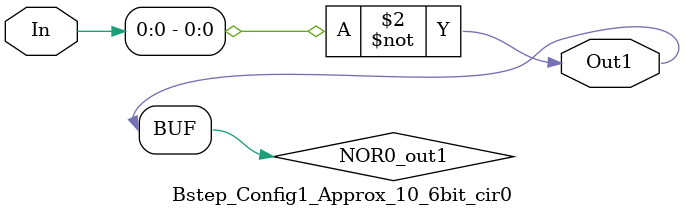
<source format=v>
`timescale 1 ns / 1 ns
module Bstep_Config1_Approx_10_6bit_cir0
(In,Out1);
input [5:0]In;
output [0:0]Out1;
wire NOR0_out1;
assign NOR0_out1 =  ~ (In[0] | In[0]);
assign Out1[0] = NOR0_out1;
endmodule  // Bstep_Config1_Approx_10_6bit_cir0
</source>
